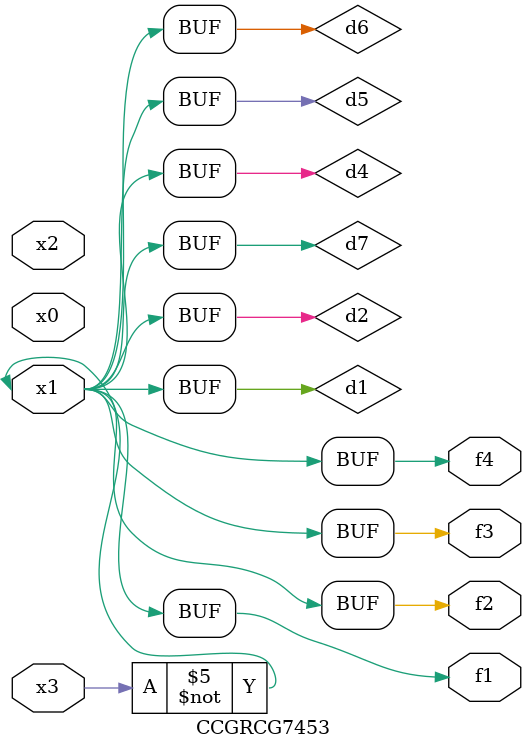
<source format=v>
module CCGRCG7453(
	input x0, x1, x2, x3,
	output f1, f2, f3, f4
);

	wire d1, d2, d3, d4, d5, d6, d7;

	not (d1, x3);
	buf (d2, x1);
	xnor (d3, d1, d2);
	nor (d4, d1);
	buf (d5, d1, d2);
	buf (d6, d4, d5);
	nand (d7, d4);
	assign f1 = d6;
	assign f2 = d7;
	assign f3 = d6;
	assign f4 = d6;
endmodule

</source>
